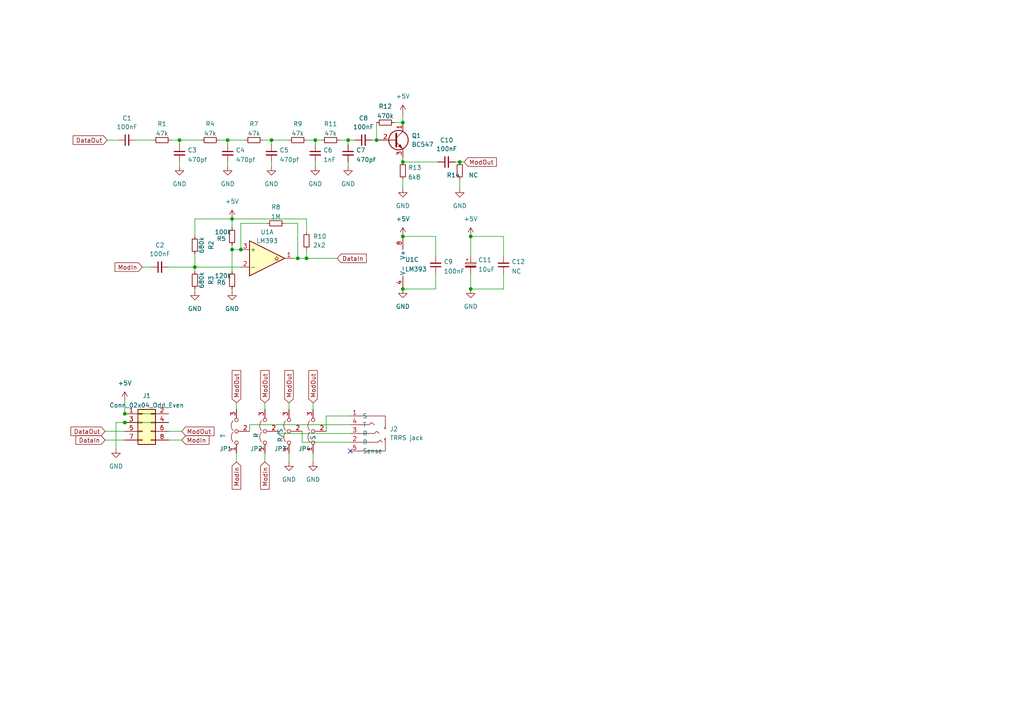
<source format=kicad_sch>
(kicad_sch (version 20211123) (generator eeschema)
  (paper "A4")
  (title_block (title "Simple Universal Modem") (company "Copyright: Anders B. Nielsen") (comment 1 "License: Attribution-NonCommercial 4.0 International (CC BY-NC 4.0)") (comment 2 "https://creativecommons.org/licenses/by-nc/4.0/"))
  (lib_symbols
    (symbol "Comparator:LM393" (pin_names (offset 0.127))
      (property "Reference" "U" (at 3.81 3.81 0))
      (property "Value" "LM393" (at 6.35 -3.81 0))
      (symbol "LM393_1_1"
        (polyline (pts (xy -5.08 5.08) (xy 5.08 0) (xy -5.08 -5.08) (xy -5.08 5.08)) (stroke (width 0.254)) (fill (type background)))
        (polyline (pts (xy 3.302 -0.508) (xy 2.794 -0.508) (xy 3.302 0) (xy 2.794 0.508) (xy 2.286 0) (xy 2.794 -0.508) (xy 2.286 -0.508)) (stroke (width 0.127)))
        (pin open_collector line (at 7.62 0 180) (length 2.54) (name "~") (number "1"))
        (pin input line (at -7.62 -2.54 0) (length 2.54) (name "-") (number "2"))
        (pin input line (at -7.62 2.54 0) (length 2.54) (name "+") (number "3"))
      )
      (symbol "LM393_2_1"
        (polyline (pts (xy -5.08 5.08) (xy 5.08 0) (xy -5.08 -5.08) (xy -5.08 5.08)) (stroke (width 0.254)) (fill (type background)))
        (polyline (pts (xy 3.302 -0.508) (xy 2.794 -0.508) (xy 3.302 0) (xy 2.794 0.508) (xy 2.286 0) (xy 2.794 -0.508) (xy 2.286 -0.508)) (stroke (width 0.127)))
        (pin input line (at -7.62 2.54 0) (length 2.54) (name "+") (number "5"))
        (pin input line (at -7.62 -2.54 0) (length 2.54) (name "_") (number "6"))
        (pin open_collector line (at 7.62 0 180) (length 2.54) (name "~") (number "7"))
      )
      (symbol "LM393_3_1"
        (pin power_in line (at -2.54 -7.62 90) (length 3.81) (name "V-") (number "4"))
        (pin power_in line (at -2.54 7.62 270) (length 3.81) (name "V+") (number "8"))
      )
    )
    (symbol "Connector_Generic:Conn_02x04_Odd_Even" (pin_names (offset 1.016) hide)
      (property "Reference" "J" (at 1.27 5.08 0))
      (property "Value" "Conn_02x04_Odd_Even" (at 1.27 -7.62 0))
      (symbol "Conn_02x04_Odd_Even_1_1"
        (rectangle (start -1.27 -4.953) (end 0 -5.207) (stroke (width 0.1524)))
        (rectangle (start -1.27 -2.413) (end 0 -2.667) (stroke (width 0.1524)))
        (rectangle (start -1.27 0.127) (end 0 -0.127) (stroke (width 0.1524)))
        (rectangle (start -1.27 2.667) (end 0 2.413) (stroke (width 0.1524)))
        (rectangle (start -1.27 3.81) (end 3.81 -6.35) (stroke (width 0.254)) (fill (type background)))
        (rectangle (start 3.81 -4.953) (end 2.54 -5.207) (stroke (width 0.1524)))
        (rectangle (start 3.81 -2.413) (end 2.54 -2.667) (stroke (width 0.1524)))
        (rectangle (start 3.81 0.127) (end 2.54 -0.127) (stroke (width 0.1524)))
        (rectangle (start 3.81 2.667) (end 2.54 2.413) (stroke (width 0.1524)))
        (pin passive line (at -5.08 2.54 0) (length 3.81) (name "Pin_1") (number "1"))
        (pin passive line (at 7.62 2.54 180) (length 3.81) (name "Pin_2") (number "2"))
        (pin passive line (at -5.08 0 0) (length 3.81) (name "Pin_3") (number "3"))
        (pin passive line (at 7.62 0 180) (length 3.81) (name "Pin_4") (number "4"))
        (pin passive line (at -5.08 -2.54 0) (length 3.81) (name "Pin_5") (number "5"))
        (pin passive line (at 7.62 -2.54 180) (length 3.81) (name "Pin_6") (number "6"))
        (pin passive line (at -5.08 -5.08 0) (length 3.81) (name "Pin_7") (number "7"))
        (pin passive line (at 7.62 -5.08 180) (length 3.81) (name "Pin_8") (number "8"))
      )
    )
    (symbol "Device:C_Polarized_Small" (pin_numbers hide) (pin_names (offset 0.254) hide)
      (property "Reference" "C" (at 0.254 1.778 0))
      (property "Value" "C_Polarized_Small" (at 0.254 -2.032 0))
      (symbol "C_Polarized_Small_0_1"
        (rectangle (start -1.524 -0.3048) (end 1.524 -0.6858) (fill (type outline)))
        (rectangle (start -1.524 0.6858) (end 1.524 0.3048))
        (polyline (pts (xy -1.27 1.524) (xy -0.762 1.524)))
        (polyline (pts (xy -1.016 1.27) (xy -1.016 1.778)))
      )
      (symbol "C_Polarized_Small_1_1"
        (pin passive line (at 0 2.54 270) (length 1.8542) (name "~") (number "1"))
        (pin passive line (at 0 -2.54 90) (length 1.8542) (name "~") (number "2"))
      )
    )
    (symbol "Device:C_Small" (pin_numbers hide) (pin_names (offset 0.254) hide)
      (property "Reference" "C" (at 0.254 1.778 0))
      (property "Value" "C_Small" (at 0.254 -2.032 0))
      (symbol "C_Small_0_1"
        (polyline (pts (xy -1.524 -0.508) (xy 1.524 -0.508)) (stroke (width 0.3302)))
        (polyline (pts (xy -1.524 0.508) (xy 1.524 0.508)) (stroke (width 0.3048)))
      )
      (symbol "C_Small_1_1"
        (pin passive line (at 0 2.54 270) (length 2.032) (name "~") (number "1"))
        (pin passive line (at 0 -2.54 90) (length 2.032) (name "~") (number "2"))
      )
    )
    (symbol "Device:R_Small" (pin_numbers hide) (pin_names (offset 0.254) hide)
      (property "Reference" "R" (at 0.762 0.508 0))
      (property "Value" "R_Small" (at 0.762 -1.016 0))
      (symbol "R_Small_0_1"
        (rectangle (start -0.762 1.778) (end 0.762 -1.778) (stroke (width 0.2032)))
      )
      (symbol "R_Small_1_1"
        (pin passive line (at 0 2.54 270) (length 0.762) (name "~") (number "1"))
        (pin passive line (at 0 -2.54 90) (length 0.762) (name "~") (number "2"))
      )
    )
    (symbol "Jumper:Jumper_3_Open" (pin_names (offset 0) hide)
      (property "Reference" "JP" (at -2.54 -2.54 0))
      (property "Value" "Jumper_3_Open" (at 0 2.794 0))
      (symbol "Jumper_3_Open_0_0"
        (circle (center -3.302 0) (radius 0.508))
        (circle (center 0 0) (radius 0.508))
        (circle (center 3.302 0) (radius 0.508))
      )
      (symbol "Jumper_3_Open_0_1"
        (arc (start -0.254 1.016) (mid -1.651 1.4992) (end -3.048 1.016))
        (polyline (pts (xy 0 -0.508) (xy 0 -1.27)))
        (arc (start 3.048 1.016) (mid 1.651 1.4992) (end 0.254 1.016))
      )
      (symbol "Jumper_3_Open_1_1"
        (pin passive line (at -6.35 0 0) (length 2.54) (name "A") (number "1"))
        (pin input line (at 0 -3.81 90) (length 2.54) (name "C") (number "2"))
        (pin passive line (at 6.35 0 180) (length 2.54) (name "B") (number "3"))
      )
    )
    (symbol "Transistor_BJT:BC547" (pin_names (offset 0) hide)
      (property "Reference" "Q" (at 5.08 1.905 0))
      (property "Value" "BC547" (at 5.08 0 0))
      (symbol "BC547_0_1"
        (polyline (pts (xy 0 0) (xy 0.635 0)))
        (polyline (pts (xy 0.635 0.635) (xy 2.54 2.54)))
        (polyline (pts (xy 0.635 -0.635) (xy 2.54 -2.54) (xy 2.54 -2.54)))
        (polyline (pts (xy 0.635 1.905) (xy 0.635 -1.905) (xy 0.635 -1.905)) (stroke (width 0.508)))
        (polyline (pts (xy 1.27 -1.778) (xy 1.778 -1.27) (xy 2.286 -2.286) (xy 1.27 -1.778) (xy 1.27 -1.778)) (fill (type outline)))
        (circle (center 1.27 0) (radius 2.8194) (stroke (width 0.254)))
      )
      (symbol "BC547_1_1"
        (pin passive line (at 2.54 5.08 270) (length 2.54) (name "C") (number "1"))
        (pin input line (at -5.08 0 0) (length 5.08) (name "B") (number "2"))
        (pin passive line (at 2.54 -5.08 90) (length 2.54) (name "E") (number "3"))
      )
    )
    (symbol "audiojack4p-5pin-connector-pixie-rescue:AudioJack4P-5pin-Connector-Pixie-rescue" (pin_names (offset 1.016))
      (property "Reference" "J?" (at 5.715 8.5285 0))
      (property "Value" "AudioJack4P-5pin-Connector-Pixie-rescue" (at 5.715 5.7534 0))
      (symbol "AudioJack4P-5pin-Connector-Pixie-rescue_0_1"
        (polyline (pts (xy 2.54 -12.7) (xy -5.08 -12.7) (xy -5.08 -8.89) (xy -4.826 -9.398)))
        (polyline (pts (xy 2.54 -10.16) (xy -0.381 -10.16) (xy -1.016 -10.795) (xy -1.905 -10.16)))
        (polyline (pts (xy 2.54 -7.62) (xy -1.905 -7.62) (xy -2.54 -8.255) (xy -3.302 -7.62)))
        (polyline (pts (xy 2.54 -5.08) (xy -3.048 -5.08) (xy -3.556 -5.715) (xy -4.191 -5.08)))
        (polyline (pts (xy 2.54 -2.54) (xy -5.08 -2.54) (xy -5.08 -6.35) (xy -4.826 -5.715)))
      )
      (symbol "AudioJack4P-5pin-Connector-Pixie-rescue_1_1"
        (pin passive line (at 5.08 -12.7 180) (length 2.54) (name "S") (number "1"))
        (pin passive line (at 5.08 -5.08 180) (length 2.54) (name "R") (number "2"))
        (pin passive line (at 5.08 -7.62 180) (length 2.54) (name "R") (number "3"))
        (pin passive line (at 5.08 -10.16 180) (length 2.54) (name "T") (number "4"))
        (pin passive line (at 5.08 -2.54 180) (length 2.54) (name "Sense") (number "5"))
      )
    )
    (symbol "power:+5V" (power) (pin_names (offset 0))
      (property "Value" "+5V" (at 0 3.556 0))
      (symbol "+5V_0_1"
        (polyline (pts (xy -0.762 1.27) (xy 0 2.54)))
        (polyline (pts (xy 0 0) (xy 0 2.54)))
        (polyline (pts (xy 0 2.54) (xy 0.762 1.27)))
      )
      (symbol "+5V_1_1"
        (pin power_in line (at 0 0 90) (length 0) hide (name "+5V") (number "1"))
      )
    )
    (symbol "power:GND" (power) (pin_names (offset 0))
      (property "Value" "GND" (at 0 -3.81 0))
      (symbol "GND_0_1"
        (polyline (pts (xy 0 0) (xy 0 -1.27) (xy 1.27 -1.27) (xy 0 -2.54) (xy -1.27 -1.27) (xy 0 -1.27)))
      )
      (symbol "GND_1_1"
        (pin power_in line (at 0 0 270) (length 0) hide (name "GND") (number "1"))
      )
    )
  )
  (junction (at 100.965 40.64))
  (junction (at 116.84 68.58))
  (junction (at 67.31 63.5))
  (junction (at 78.74 40.64))
  (junction (at 109.22 40.64))
  (junction (at 116.84 46.99))
  (junction (at 67.31 72.39))
  (junction (at 36.195 122.555))
  (junction (at 136.525 68.58))
  (junction (at 133.35 46.99))
  (junction (at 136.525 83.82))
  (junction (at 36.195 120.015))
  (junction (at 56.515 77.47))
  (junction (at 66.04 40.64))
  (junction (at 52.07 40.64))
  (junction (at 91.44 40.64))
  (junction (at 116.84 83.82))
  (junction (at 116.84 35.56))
  (junction (at 69.85 72.39))
  (junction (at 88.9 74.93))
  (junction (at 86.36 74.93))
  (no_connect (at 101.6 130.81))
  (wire (pts (xy 146.05 83.82) (xy 136.525 83.82)))
  (wire (pts (xy 83.82 131.445) (xy 83.82 133.985)))
  (wire (pts (xy 88.9 67.31) (xy 88.9 63.5)))
  (wire (pts (xy 66.04 40.64) (xy 66.04 41.91)))
  (wire (pts (xy 68.58 116.84) (xy 68.58 118.745)))
  (wire (pts (xy 69.85 64.77) (xy 77.47 64.77)))
  (wire (pts (xy 87.63 128.27) (xy 87.63 125.095)))
  (wire (pts (xy 116.84 52.07) (xy 116.84 54.61)))
  (wire (pts (xy 33.655 122.555) (xy 36.195 122.555)))
  (wire (pts (xy 56.515 77.47) (xy 69.85 77.47)))
  (wire (pts (xy 88.9 40.64) (xy 91.44 40.64)))
  (wire (pts (xy 90.805 131.445) (xy 90.805 133.985)))
  (wire (pts (xy 36.195 122.555) (xy 48.895 122.555)))
  (wire (pts (xy 82.55 64.77) (xy 86.36 64.77)))
  (wire (pts (xy 72.39 123.19) (xy 72.39 125.095)))
  (wire (pts (xy 88.9 74.93) (xy 88.9 72.39)))
  (wire (pts (xy 78.74 40.64) (xy 83.82 40.64)))
  (wire (pts (xy 101.6 125.73) (xy 80.645 125.73)))
  (wire (pts (xy 83.82 116.84) (xy 83.82 118.745)))
  (wire (pts (xy 48.895 127.635) (xy 52.705 127.635)))
  (wire (pts (xy 107.95 40.64) (xy 109.22 40.64)))
  (wire (pts (xy 56.515 83.82) (xy 56.515 84.455)))
  (wire (pts (xy 101.6 123.19) (xy 72.39 123.19)))
  (wire (pts (xy 56.515 63.5) (xy 67.31 63.5)))
  (wire (pts (xy 88.9 74.93) (xy 97.79 74.93)))
  (wire (pts (xy 78.74 40.64) (xy 78.74 41.91)))
  (wire (pts (xy 146.05 79.375) (xy 146.05 83.82)))
  (wire (pts (xy 136.525 68.58) (xy 136.525 74.295)))
  (wire (pts (xy 66.04 40.64) (xy 71.12 40.64)))
  (wire (pts (xy 76.2 40.64) (xy 78.74 40.64)))
  (wire (pts (xy 86.36 74.93) (xy 86.36 64.77)))
  (wire (pts (xy 100.965 40.64) (xy 100.965 41.91)))
  (wire (pts (xy 48.895 125.095) (xy 52.705 125.095)))
  (wire (pts (xy 146.05 74.295) (xy 146.05 68.58)))
  (wire (pts (xy 63.5 40.64) (xy 66.04 40.64)))
  (wire (pts (xy 126.365 79.375) (xy 126.365 83.82)))
  (wire (pts (xy 88.9 63.5) (xy 67.31 63.5)))
  (wire (pts (xy 39.37 40.64) (xy 44.45 40.64)))
  (wire (pts (xy 98.425 40.64) (xy 100.965 40.64)))
  (wire (pts (xy 93.345 40.64) (xy 91.44 40.64)))
  (wire (pts (xy 116.84 45.72) (xy 116.84 46.99)))
  (wire (pts (xy 56.515 73.66) (xy 56.515 77.47)))
  (wire (pts (xy 36.195 120.015) (xy 48.895 120.015)))
  (wire (pts (xy 69.85 64.77) (xy 69.85 72.39)))
  (wire (pts (xy 126.365 83.82) (xy 116.84 83.82)))
  (wire (pts (xy 100.965 40.64) (xy 102.87 40.64)))
  (wire (pts (xy 76.835 131.445) (xy 76.835 133.985)))
  (wire (pts (xy 52.07 40.64) (xy 52.07 41.91)))
  (wire (pts (xy 56.515 77.47) (xy 56.515 78.74)))
  (wire (pts (xy 126.365 74.295) (xy 126.365 68.58)))
  (wire (pts (xy 100.965 46.99) (xy 100.965 48.26)))
  (wire (pts (xy 91.44 46.99) (xy 91.44 48.26)))
  (wire (pts (xy 146.05 68.58) (xy 136.525 68.58)))
  (wire (pts (xy 90.805 116.84) (xy 90.805 118.745)))
  (wire (pts (xy 76.835 116.84) (xy 76.835 118.745)))
  (wire (pts (xy 78.74 46.99) (xy 78.74 48.26)))
  (wire (pts (xy 52.07 40.64) (xy 58.42 40.64)))
  (wire (pts (xy 133.35 46.99) (xy 134.62 46.99)))
  (wire (pts (xy 126.365 68.58) (xy 116.84 68.58)))
  (wire (pts (xy 94.615 120.65) (xy 94.615 125.095)))
  (wire (pts (xy 33.655 130.175) (xy 33.655 122.555)))
  (wire (pts (xy 109.22 35.56) (xy 109.22 40.64)))
  (wire (pts (xy 67.31 63.5) (xy 67.31 66.04)))
  (wire (pts (xy 114.3 35.56) (xy 116.84 35.56)))
  (wire (pts (xy 132.08 46.99) (xy 133.35 46.99)))
  (wire (pts (xy 67.31 72.39) (xy 69.85 72.39)))
  (wire (pts (xy 133.35 52.07) (xy 133.35 54.61)))
  (wire (pts (xy 30.48 125.095) (xy 36.195 125.095)))
  (wire (pts (xy 116.84 46.99) (xy 127 46.99)))
  (wire (pts (xy 116.84 33.02) (xy 116.84 35.56)))
  (wire (pts (xy 101.6 120.65) (xy 94.615 120.65)))
  (wire (pts (xy 48.895 77.47) (xy 56.515 77.47)))
  (wire (pts (xy 80.645 125.73) (xy 80.645 125.095)))
  (wire (pts (xy 52.07 46.99) (xy 52.07 48.26)))
  (wire (pts (xy 31.115 40.64) (xy 34.29 40.64)))
  (wire (pts (xy 68.58 131.445) (xy 68.58 133.985)))
  (wire (pts (xy 91.44 40.64) (xy 91.44 41.91)))
  (wire (pts (xy 66.04 46.99) (xy 66.04 48.26)))
  (wire (pts (xy 67.31 71.12) (xy 67.31 72.39)))
  (wire (pts (xy 86.36 74.93) (xy 88.9 74.93)))
  (wire (pts (xy 56.515 63.5) (xy 56.515 68.58)))
  (wire (pts (xy 136.525 79.375) (xy 136.525 83.82)))
  (wire (pts (xy 85.09 74.93) (xy 86.36 74.93)))
  (wire (pts (xy 67.31 83.82) (xy 67.31 84.455)))
  (wire (pts (xy 49.53 40.64) (xy 52.07 40.64)))
  (wire (pts (xy 30.48 127.635) (xy 36.195 127.635)))
  (wire (pts (xy 36.195 116.205) (xy 36.195 120.015)))
  (wire (pts (xy 67.31 78.74) (xy 67.31 72.39)))
  (wire (pts (xy 41.275 77.47) (xy 43.815 77.47)))
  (wire (pts (xy 87.63 128.27) (xy 101.6 128.27)))
  (global_label "ModOut" (shape input) (at 52.705 125.095 0) (property "Intersheet References" "${INTERSHEET_REFS}" (effects hide)))
  (global_label "DataIn" (shape input) (at 30.48 127.635 180) (property "Intersheet References" "${INTERSHEET_REFS}" (effects hide)))
  (global_label "DataIn" (shape input) (at 97.79 74.93 0) (property "Intersheet References" "${INTERSHEET_REFS}" (effects hide)))
  (global_label "ModOut" (shape input) (at 68.58 116.84 90) (property "Intersheet References" "${INTERSHEET_REFS}" (effects hide)))
  (global_label "DataOut" (shape input) (at 31.115 40.64 180) (property "Intersheet References" "${INTERSHEET_REFS}" (effects hide)))
  (global_label "ModOut" (shape input) (at 90.805 116.84 90) (property "Intersheet References" "${INTERSHEET_REFS}" (effects hide)))
  (global_label "ModOut" (shape input) (at 134.62 46.99 0) (property "Intersheet References" "${INTERSHEET_REFS}" (effects hide)))
  (global_label "DataOut" (shape input) (at 30.48 125.095 180) (property "Intersheet References" "${INTERSHEET_REFS}" (effects hide)))
  (global_label "ModIn" (shape input) (at 68.58 133.985 270) (property "Intersheet References" "${INTERSHEET_REFS}" (effects hide)))
  (global_label "ModIn" (shape input) (at 76.835 133.985 270) (property "Intersheet References" "${INTERSHEET_REFS}" (effects hide)))
  (global_label "ModOut" (shape input) (at 83.82 116.84 90) (property "Intersheet References" "${INTERSHEET_REFS}" (effects hide)))
  (global_label "ModIn" (shape input) (at 41.275 77.47 180) (property "Intersheet References" "${INTERSHEET_REFS}" (effects hide)))
  (global_label "ModIn" (shape input) (at 52.705 127.635 0) (property "Intersheet References" "${INTERSHEET_REFS}" (effects hide)))
  (global_label "ModOut" (shape input) (at 76.835 116.84 90) (property "Intersheet References" "${INTERSHEET_REFS}" (effects hide)))
  (symbol (lib_id "power:GND") (at 91.44 48.26 0) (unit 1)
    (property "Reference" "#PWR0108" (effects hide))
    (property "Value" "GND" (at 91.44 53.34 0))
  )
  (symbol (lib_id "Device:C_Small") (at 91.44 44.45 0) (unit 1)
    (property "Reference" "C6" (at 93.7641 43.5478 0) (effects (justify left)))
    (property "Value" "1nF" (at 93.7641 46.3229 0) (effects (justify left)))
    (property "Footprint" "Capacitor_SMD:C_0805_2012Metric" (effects hide))
  )
  (symbol (lib_id "Device:R_Small") (at 116.84 49.53 180) (unit 1)
    (property "Reference" "R13" (at 118.3386 48.6215 0) (effects (justify right)))
    (property "Value" "6k8" (at 118.3386 51.3966 0) (effects (justify right)))
    (property "Footprint" "Resistor_SMD:R_0805_2012Metric" (effects hide))
  )
  (symbol (lib_id "audiojack4p-5pin-connector-pixie-rescue:AudioJack4P-5pin-Connector-Pixie-rescue") (at 106.68 133.35 180) (unit 1)
    (property "Reference" "J2" (at 113.03 124.4599 0) (effects (justify right)))
    (property "Value" "TRRS jack" (at 113.03 126.9999 0) (effects (justify right)))
    (property "Footprint" "SimpleModem:Jack_3.5mm_4Poles_5pins_SMD_ABN" (effects hide))
  )
  (symbol (lib_id "Device:R_Small") (at 56.515 81.28 180) (unit 1)
    (property "Reference" "R3" (at 61.2181 81.28 90))
    (property "Value" "680k" (at 58.443 81.28 90))
    (property "Footprint" "Resistor_SMD:R_0805_2012Metric" (effects hide))
  )
  (symbol (lib_id "Transistor_BJT:BC547") (at 114.3 40.64 0) (unit 1)
    (property "Reference" "Q1" (at 119.38 39.3699 0) (effects (justify left)))
    (property "Value" "BC547" (at 119.38 41.9099 0) (effects (justify left)))
    (property "Footprint" "Package_TO_SOT_THT:TO-92_Inline" (effects hide))
    (property "Datasheet" "https://www.onsemi.com/pub/Collateral/BC550-D.pdf" (effects hide))
  )
  (symbol (lib_id "Device:C_Small") (at 36.83 40.64 90) (unit 1)
    (property "Reference" "C1" (at 36.8363 34.29 90))
    (property "Value" "100nF" (at 36.8363 36.83 90))
    (property "Footprint" "Capacitor_SMD:C_0603_1608Metric" (effects hide))
  )
  (symbol (lib_id "Device:R_Small") (at 111.76 35.56 90) (unit 1)
    (property "Reference" "R12" (at 111.76 30.8569 90))
    (property "Value" "470k" (at 111.76 33.632 90))
    (property "Footprint" "Resistor_SMD:R_0805_2012Metric" (effects hide))
  )
  (symbol (lib_id "power:+5V") (at 116.84 68.58 0) (unit 1)
    (property "Reference" "#PWR0118" (effects hide))
    (property "Value" "+5V" (at 116.84 63.5 0))
  )
  (symbol (lib_id "power:GND") (at 116.84 54.61 0) (unit 1)
    (property "Reference" "#PWR0102" (effects hide))
    (property "Value" "GND" (at 116.84 59.69 0))
  )
  (symbol (lib_id "power:GND") (at 136.525 83.82 0) (unit 1)
    (property "Reference" "#PWR0116" (effects hide))
    (property "Value" "GND" (at 136.525 88.9 0))
  )
  (symbol (lib_id "Comparator:LM393") (at 77.47 74.93 0) (unit 1)
    (property "Reference" "U1" (at 77.47 67.31 0))
    (property "Value" "LM393" (at 77.47 69.85 0))
    (property "Footprint" "Package_DIP:DIP-8_W7.62mm" (effects hide))
    (property "Datasheet" "http://www.ti.com/lit/ds/symlink/lm393.pdf" (effects hide))
  )
  (symbol (lib_id "power:GND") (at 90.805 133.985 0) (unit 1)
    (property "Reference" "#PWR0112" (effects hide))
    (property "Value" "GND" (at 90.805 139.065 0))
  )
  (symbol (lib_id "power:GND") (at 33.655 130.175 0) (unit 1)
    (property "Reference" "#PWR0111" (effects hide))
    (property "Value" "GND" (at 33.655 135.255 0))
  )
  (symbol (lib_id "Device:C_Small") (at 100.965 44.45 0) (unit 1)
    (property "Reference" "C7" (at 103.2891 43.5478 0) (effects (justify left)))
    (property "Value" "470pf" (at 103.2891 46.3229 0) (effects (justify left)))
    (property "Footprint" "Capacitor_SMD:C_0805_2012Metric" (effects hide))
  )
  (symbol (lib_id "Device:C_Small") (at 66.04 44.45 0) (unit 1)
    (property "Reference" "C4" (at 68.3641 43.5478 0) (effects (justify left)))
    (property "Value" "470pf" (at 68.3641 46.3229 0) (effects (justify left)))
    (property "Footprint" "Capacitor_SMD:C_0805_2012Metric" (effects hide))
  )
  (symbol (lib_id "power:GND") (at 67.31 84.455 0) (unit 1)
    (property "Reference" "#PWR0106" (effects hide))
    (property "Value" "GND" (at 67.31 89.535 0))
  )
  (symbol (lib_id "power:GND") (at 52.07 48.26 0) (unit 1)
    (property "Reference" "#PWR0105" (effects hide))
    (property "Value" "GND" (at 52.07 53.34 0))
  )
  (symbol (lib_id "power:+5V") (at 36.195 116.205 0) (unit 1)
    (property "Reference" "#PWR0114" (effects hide))
    (property "Value" "+5V" (at 36.195 111.125 0))
  )
  (symbol (lib_id "Device:R_Small") (at 80.01 64.77 270) (unit 1)
    (property "Reference" "R8" (at 80.01 60.0669 90))
    (property "Value" "1M" (at 80.01 62.842 90))
    (property "Footprint" "Resistor_SMD:R_0805_2012Metric" (effects hide))
  )
  (symbol (lib_id "Device:R_Small") (at 133.35 49.53 180) (unit 1)
    (property "Reference" "R14" (at 129.54 50.8 0) (effects (justify right)))
    (property "Value" "NC" (at 135.89 50.7999 0) (effects (justify right)))
    (property "Footprint" "Resistor_SMD:R_0805_2012Metric" (effects hide))
  )
  (symbol (lib_id "power:+5V") (at 67.31 63.5 0) (unit 1)
    (property "Reference" "#PWR0104" (effects hide))
    (property "Value" "+5V" (at 67.31 58.42 0))
  )
  (symbol (lib_id "power:GND") (at 116.84 83.82 0) (unit 1)
    (property "Reference" "#PWR0117" (effects hide))
    (property "Value" "GND" (at 116.84 88.9 0))
  )
  (symbol (lib_id "Device:R_Small") (at 73.66 40.64 90) (unit 1)
    (property "Reference" "R7" (at 73.66 35.9369 90))
    (property "Value" "47k" (at 73.66 38.712 90))
    (property "Footprint" "Resistor_SMD:R_0805_2012Metric" (effects hide))
  )
  (symbol (lib_id "Device:R_Small") (at 67.31 68.58 180) (unit 1)
    (property "Reference" "R5" (at 62.865 69.215 0) (effects (justify right)))
    (property "Value" "100k" (at 62.23 67.31 0) (effects (justify right)))
    (property "Footprint" "Resistor_SMD:R_0805_2012Metric" (effects hide))
  )
  (symbol (lib_id "Device:R_Small") (at 56.515 71.12 180) (unit 1)
    (property "Reference" "R2" (at 61.2181 71.12 90))
    (property "Value" "680k" (at 58.443 71.12 90))
    (property "Footprint" "Resistor_SMD:R_0805_2012Metric" (effects hide))
  )
  (symbol (lib_id "power:+5V") (at 116.84 33.02 0) (unit 1)
    (property "Reference" "#PWR0101" (effects hide))
    (property "Value" "+5V" (at 116.84 27.94 0))
  )
  (symbol (lib_id "Device:C_Small") (at 105.41 40.64 90) (unit 1)
    (property "Reference" "C8" (at 105.4163 34.29 90))
    (property "Value" "100nF" (at 105.4163 36.83 90))
    (property "Footprint" "Capacitor_SMD:C_0603_1608Metric" (effects hide))
  )
  (symbol (lib_id "Device:R_Small") (at 46.99 40.64 90) (unit 1)
    (property "Reference" "R1" (at 46.99 35.9369 90))
    (property "Value" "47k" (at 46.99 38.712 90))
    (property "Footprint" "Resistor_SMD:R_0805_2012Metric" (effects hide))
  )
  (symbol (lib_id "Device:C_Small") (at 52.07 44.45 0) (unit 1)
    (property "Reference" "C3" (at 54.3941 43.5478 0) (effects (justify left)))
    (property "Value" "470pf" (at 54.3941 46.3229 0) (effects (justify left)))
    (property "Footprint" "Capacitor_SMD:C_0805_2012Metric" (effects hide))
  )
  (symbol (lib_id "Device:R_Small") (at 95.885 40.64 90) (unit 1)
    (property "Reference" "R11" (at 95.885 35.9369 90))
    (property "Value" "47k" (at 95.885 38.712 90))
    (property "Footprint" "Resistor_SMD:R_0805_2012Metric" (effects hide))
  )
  (symbol (lib_id "Comparator:LM393") (at 119.38 76.2 0) (unit 3)
    (property "Reference" "U1" (at 117.475 75.2915 0) (effects (justify left)))
    (property "Value" "LM393" (at 117.475 78.0666 0) (effects (justify left)))
    (property "Footprint" "Package_DIP:DIP-8_W7.62mm" (effects hide))
    (property "Datasheet" "http://www.ti.com/lit/ds/symlink/lm393.pdf" (effects hide))
  )
  (symbol (lib_id "Device:C_Small") (at 129.54 46.99 90) (unit 1)
    (property "Reference" "C10" (at 129.5463 40.64 90))
    (property "Value" "100nF" (at 129.5463 43.18 90))
    (property "Footprint" "Capacitor_SMD:C_0603_1608Metric" (effects hide))
  )
  (symbol (lib_id "Device:R_Small") (at 60.96 40.64 90) (unit 1)
    (property "Reference" "R4" (at 60.96 35.9369 90))
    (property "Value" "47k" (at 60.96 38.712 90))
    (property "Footprint" "Resistor_SMD:R_0805_2012Metric" (effects hide))
  )
  (symbol (lib_id "Connector_Generic:Conn_02x04_Odd_Even") (at 41.275 122.555 0) (unit 1)
    (property "Reference" "J1" (at 42.545 114.7785 0))
    (property "Value" "Conn_02x04_Odd_Even" (at 42.545 117.5536 0))
    (property "Footprint" "Connector_PinHeader_2.54mm:PinHeader_2x04_P2.54mm_Vertical" (effects hide))
  )
  (symbol (lib_id "Device:C_Small") (at 78.74 44.45 0) (unit 1)
    (property "Reference" "C5" (at 81.0641 43.5478 0) (effects (justify left)))
    (property "Value" "470pf" (at 81.0641 46.3229 0) (effects (justify left)))
    (property "Footprint" "Capacitor_SMD:C_0805_2012Metric" (effects hide))
  )
  (symbol (lib_id "Device:C_Polarized_Small") (at 136.525 76.835 0) (unit 1)
    (property "Reference" "C11" (at 138.684 75.3804 0) (effects (justify left)))
    (property "Value" "10uF" (at 138.684 78.1555 0) (effects (justify left)))
    (property "Footprint" "Capacitor_SMD:CP_Elec_4x5.3" (effects hide))
  )
  (symbol (lib_id "power:GND") (at 83.82 133.985 0) (unit 1)
    (property "Reference" "#PWR0113" (effects hide))
    (property "Value" "GND" (at 83.82 139.065 0))
  )
  (symbol (lib_id "Device:C_Small") (at 126.365 76.835 180) (unit 1)
    (property "Reference" "C9" (at 128.6891 75.9201 0) (effects (justify right)))
    (property "Value" "100nF" (at 128.6891 78.6952 0) (effects (justify right)))
    (property "Footprint" "Capacitor_SMD:C_0603_1608Metric" (effects hide))
  )
  (symbol (lib_id "Jumper:Jumper_3_Open") (at 76.835 125.095 90) (unit 1)
    (property "Reference" "JP2" (at 76.2 130.175 90) (effects (justify left)))
    (property "Value" "R" (at 74.295 127 0) (effects (justify left)))
    (property "Footprint" "Connector_PinHeader_2.54mm:PinHeader_1x03_P2.54mm_Vertical" (effects hide))
  )
  (symbol (lib_id "Jumper:Jumper_3_Open") (at 68.58 125.095 90) (unit 1)
    (property "Reference" "JP1" (at 67.31 130.175 90) (effects (justify left)))
    (property "Value" "T" (at 64.77 127 0) (effects (justify left)))
    (property "Footprint" "Connector_PinHeader_2.54mm:PinHeader_1x03_P2.54mm_Vertical" (effects hide))
  )
  (symbol (lib_id "power:GND") (at 133.35 54.61 0) (unit 1)
    (property "Reference" "#PWR0119" (effects hide))
    (property "Value" "GND" (at 133.35 59.69 0))
  )
  (symbol (lib_id "power:+5V") (at 136.525 68.58 0) (unit 1)
    (property "Reference" "#PWR0115" (effects hide))
    (property "Value" "+5V" (at 136.525 63.5 0))
  )
  (symbol (lib_id "Jumper:Jumper_3_Open") (at 90.805 125.095 90) (unit 1)
    (property "Reference" "JP4" (at 90.17 130.175 90) (effects (justify left)))
    (property "Value" "S" (at 90.805 127.635 0) (effects (justify left)))
    (property "Footprint" "Connector_PinHeader_2.54mm:PinHeader_1x03_P2.54mm_Vertical" (effects hide))
  )
  (symbol (lib_id "power:GND") (at 78.74 48.26 0) (unit 1)
    (property "Reference" "#PWR0109" (effects hide))
    (property "Value" "GND" (at 78.74 53.34 0))
  )
  (symbol (lib_id "Device:R_Small") (at 67.31 81.28 0) (unit 1)
    (property "Reference" "R6" (at 62.865 81.915 0) (effects (justify left)))
    (property "Value" "120k" (at 62.23 80.01 0) (effects (justify left)))
    (property "Footprint" "Resistor_SMD:R_0805_2012Metric" (effects hide))
  )
  (symbol (lib_id "Device:C_Small") (at 46.355 77.47 90) (unit 1)
    (property "Reference" "C2" (at 46.3613 71.12 90))
    (property "Value" "100nF" (at 46.3613 73.66 90))
    (property "Footprint" "Capacitor_SMD:C_0603_1608Metric" (effects hide))
  )
  (symbol (lib_id "power:GND") (at 100.965 48.26 0) (unit 1)
    (property "Reference" "#PWR0103" (effects hide))
    (property "Value" "GND" (at 100.965 53.34 0))
  )
  (symbol (lib_id "Device:C_Small") (at 146.05 76.835 180) (unit 1)
    (property "Reference" "C12" (at 148.3741 75.9201 0) (effects (justify right)))
    (property "Value" "NC" (at 148.3741 78.6952 0) (effects (justify right)))
    (property "Footprint" "Capacitor_SMD:C_0805_2012Metric" (effects hide))
  )
  (symbol (lib_id "Device:R_Small") (at 86.36 40.64 90) (unit 1)
    (property "Reference" "R9" (at 86.36 35.9369 90))
    (property "Value" "47k" (at 86.36 38.712 90))
    (property "Footprint" "Resistor_SMD:R_0805_2012Metric" (effects hide))
  )
  (symbol (lib_id "Device:R_Small") (at 88.9 69.85 180) (unit 1)
    (property "Reference" "R10" (at 90.805 68.58 0) (effects (justify right)))
    (property "Value" "2k2" (at 90.805 71.12 0) (effects (justify right)))
    (property "Footprint" "Resistor_SMD:R_0805_2012Metric" (effects hide))
  )
  (symbol (lib_id "power:GND") (at 56.515 84.455 0) (unit 1)
    (property "Reference" "#PWR0107" (effects hide))
    (property "Value" "GND" (at 56.515 89.535 0))
  )
  (symbol (lib_id "power:GND") (at 66.04 48.26 0) (unit 1)
    (property "Reference" "#PWR0110" (effects hide))
    (property "Value" "GND" (at 66.04 53.34 0))
  )
  (symbol (lib_id "Jumper:Jumper_3_Open") (at 83.82 125.095 90) (unit 1)
    (property "Reference" "JP3" (at 83.185 130.175 90) (effects (justify left)))
    (property "Value" "R/S" (at 81.28 128.27 0) (effects (justify left)))
    (property "Footprint" "Connector_PinHeader_2.54mm:PinHeader_1x03_P2.54mm_Vertical" (effects hide))
  )
)
</source>
